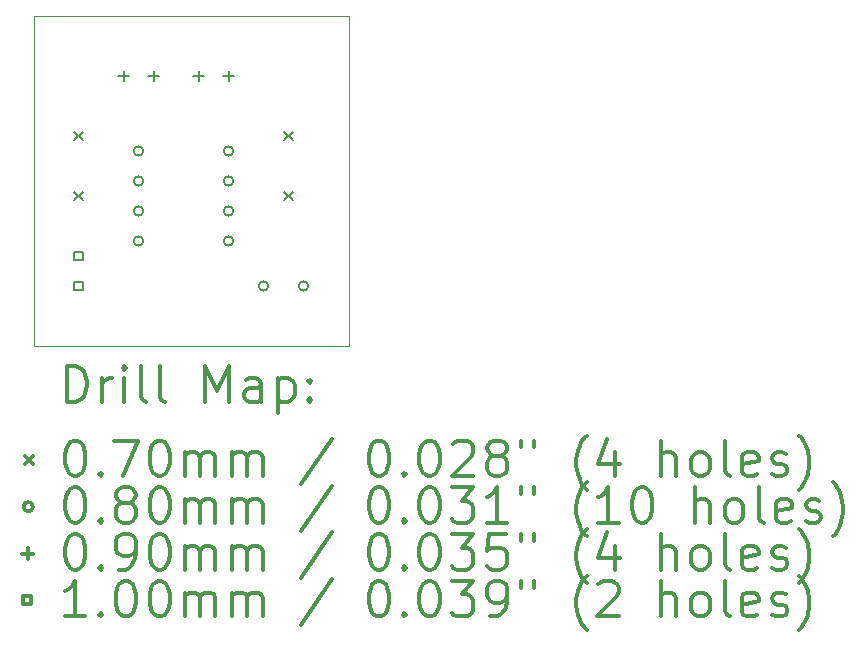
<source format=gbr>
%FSLAX45Y45*%
G04 Gerber Fmt 4.5, Leading zero omitted, Abs format (unit mm)*
G04 Created by KiCad (PCBNEW (5.1.9)-1) date 2021-03-24 10:05:52*
%MOMM*%
%LPD*%
G01*
G04 APERTURE LIST*
%TA.AperFunction,Profile*%
%ADD10C,0.100000*%
%TD*%
%ADD11C,0.200000*%
%ADD12C,0.300000*%
G04 APERTURE END LIST*
D10*
X12954000Y-9398000D02*
X14351000Y-9398000D01*
X12954000Y-6604000D02*
X12954000Y-9398000D01*
X15621000Y-6604000D02*
X12954000Y-6604000D01*
X15621000Y-9398000D02*
X15621000Y-6604000D01*
X14351000Y-9398000D02*
X15621000Y-9398000D01*
D11*
X13300000Y-7585000D02*
X13370000Y-7655000D01*
X13370000Y-7585000D02*
X13300000Y-7655000D01*
X13300000Y-8093000D02*
X13370000Y-8163000D01*
X13370000Y-8093000D02*
X13300000Y-8163000D01*
X15078000Y-7585000D02*
X15148000Y-7655000D01*
X15148000Y-7585000D02*
X15078000Y-7655000D01*
X15078000Y-8093000D02*
X15148000Y-8163000D01*
X15148000Y-8093000D02*
X15078000Y-8163000D01*
X13883000Y-7747000D02*
G75*
G03*
X13883000Y-7747000I-40000J0D01*
G01*
X13883000Y-8001000D02*
G75*
G03*
X13883000Y-8001000I-40000J0D01*
G01*
X13883000Y-8255000D02*
G75*
G03*
X13883000Y-8255000I-40000J0D01*
G01*
X13883000Y-8509000D02*
G75*
G03*
X13883000Y-8509000I-40000J0D01*
G01*
X14645000Y-7747000D02*
G75*
G03*
X14645000Y-7747000I-40000J0D01*
G01*
X14645000Y-8001000D02*
G75*
G03*
X14645000Y-8001000I-40000J0D01*
G01*
X14645000Y-8255000D02*
G75*
G03*
X14645000Y-8255000I-40000J0D01*
G01*
X14645000Y-8509000D02*
G75*
G03*
X14645000Y-8509000I-40000J0D01*
G01*
X14940000Y-8890000D02*
G75*
G03*
X14940000Y-8890000I-40000J0D01*
G01*
X15280000Y-8890000D02*
G75*
G03*
X15280000Y-8890000I-40000J0D01*
G01*
X13716000Y-7067000D02*
X13716000Y-7157000D01*
X13671000Y-7112000D02*
X13761000Y-7112000D01*
X13970000Y-7067000D02*
X13970000Y-7157000D01*
X13925000Y-7112000D02*
X14015000Y-7112000D01*
X14351000Y-7067000D02*
X14351000Y-7157000D01*
X14306000Y-7112000D02*
X14396000Y-7112000D01*
X14605000Y-7067000D02*
X14605000Y-7157000D01*
X14560000Y-7112000D02*
X14650000Y-7112000D01*
X13370356Y-8671356D02*
X13370356Y-8600644D01*
X13299644Y-8600644D01*
X13299644Y-8671356D01*
X13370356Y-8671356D01*
X13370356Y-8925356D02*
X13370356Y-8854644D01*
X13299644Y-8854644D01*
X13299644Y-8925356D01*
X13370356Y-8925356D01*
D12*
X13235428Y-9868714D02*
X13235428Y-9568714D01*
X13306857Y-9568714D01*
X13349714Y-9583000D01*
X13378286Y-9611572D01*
X13392571Y-9640143D01*
X13406857Y-9697286D01*
X13406857Y-9740143D01*
X13392571Y-9797286D01*
X13378286Y-9825857D01*
X13349714Y-9854429D01*
X13306857Y-9868714D01*
X13235428Y-9868714D01*
X13535428Y-9868714D02*
X13535428Y-9668714D01*
X13535428Y-9725857D02*
X13549714Y-9697286D01*
X13564000Y-9683000D01*
X13592571Y-9668714D01*
X13621143Y-9668714D01*
X13721143Y-9868714D02*
X13721143Y-9668714D01*
X13721143Y-9568714D02*
X13706857Y-9583000D01*
X13721143Y-9597286D01*
X13735428Y-9583000D01*
X13721143Y-9568714D01*
X13721143Y-9597286D01*
X13906857Y-9868714D02*
X13878286Y-9854429D01*
X13864000Y-9825857D01*
X13864000Y-9568714D01*
X14064000Y-9868714D02*
X14035428Y-9854429D01*
X14021143Y-9825857D01*
X14021143Y-9568714D01*
X14406857Y-9868714D02*
X14406857Y-9568714D01*
X14506857Y-9783000D01*
X14606857Y-9568714D01*
X14606857Y-9868714D01*
X14878286Y-9868714D02*
X14878286Y-9711572D01*
X14864000Y-9683000D01*
X14835428Y-9668714D01*
X14778286Y-9668714D01*
X14749714Y-9683000D01*
X14878286Y-9854429D02*
X14849714Y-9868714D01*
X14778286Y-9868714D01*
X14749714Y-9854429D01*
X14735428Y-9825857D01*
X14735428Y-9797286D01*
X14749714Y-9768714D01*
X14778286Y-9754429D01*
X14849714Y-9754429D01*
X14878286Y-9740143D01*
X15021143Y-9668714D02*
X15021143Y-9968714D01*
X15021143Y-9683000D02*
X15049714Y-9668714D01*
X15106857Y-9668714D01*
X15135428Y-9683000D01*
X15149714Y-9697286D01*
X15164000Y-9725857D01*
X15164000Y-9811572D01*
X15149714Y-9840143D01*
X15135428Y-9854429D01*
X15106857Y-9868714D01*
X15049714Y-9868714D01*
X15021143Y-9854429D01*
X15292571Y-9840143D02*
X15306857Y-9854429D01*
X15292571Y-9868714D01*
X15278286Y-9854429D01*
X15292571Y-9840143D01*
X15292571Y-9868714D01*
X15292571Y-9683000D02*
X15306857Y-9697286D01*
X15292571Y-9711572D01*
X15278286Y-9697286D01*
X15292571Y-9683000D01*
X15292571Y-9711572D01*
X12879000Y-10328000D02*
X12949000Y-10398000D01*
X12949000Y-10328000D02*
X12879000Y-10398000D01*
X13292571Y-10198714D02*
X13321143Y-10198714D01*
X13349714Y-10213000D01*
X13364000Y-10227286D01*
X13378286Y-10255857D01*
X13392571Y-10313000D01*
X13392571Y-10384429D01*
X13378286Y-10441572D01*
X13364000Y-10470143D01*
X13349714Y-10484429D01*
X13321143Y-10498714D01*
X13292571Y-10498714D01*
X13264000Y-10484429D01*
X13249714Y-10470143D01*
X13235428Y-10441572D01*
X13221143Y-10384429D01*
X13221143Y-10313000D01*
X13235428Y-10255857D01*
X13249714Y-10227286D01*
X13264000Y-10213000D01*
X13292571Y-10198714D01*
X13521143Y-10470143D02*
X13535428Y-10484429D01*
X13521143Y-10498714D01*
X13506857Y-10484429D01*
X13521143Y-10470143D01*
X13521143Y-10498714D01*
X13635428Y-10198714D02*
X13835428Y-10198714D01*
X13706857Y-10498714D01*
X14006857Y-10198714D02*
X14035428Y-10198714D01*
X14064000Y-10213000D01*
X14078286Y-10227286D01*
X14092571Y-10255857D01*
X14106857Y-10313000D01*
X14106857Y-10384429D01*
X14092571Y-10441572D01*
X14078286Y-10470143D01*
X14064000Y-10484429D01*
X14035428Y-10498714D01*
X14006857Y-10498714D01*
X13978286Y-10484429D01*
X13964000Y-10470143D01*
X13949714Y-10441572D01*
X13935428Y-10384429D01*
X13935428Y-10313000D01*
X13949714Y-10255857D01*
X13964000Y-10227286D01*
X13978286Y-10213000D01*
X14006857Y-10198714D01*
X14235428Y-10498714D02*
X14235428Y-10298714D01*
X14235428Y-10327286D02*
X14249714Y-10313000D01*
X14278286Y-10298714D01*
X14321143Y-10298714D01*
X14349714Y-10313000D01*
X14364000Y-10341572D01*
X14364000Y-10498714D01*
X14364000Y-10341572D02*
X14378286Y-10313000D01*
X14406857Y-10298714D01*
X14449714Y-10298714D01*
X14478286Y-10313000D01*
X14492571Y-10341572D01*
X14492571Y-10498714D01*
X14635428Y-10498714D02*
X14635428Y-10298714D01*
X14635428Y-10327286D02*
X14649714Y-10313000D01*
X14678286Y-10298714D01*
X14721143Y-10298714D01*
X14749714Y-10313000D01*
X14764000Y-10341572D01*
X14764000Y-10498714D01*
X14764000Y-10341572D02*
X14778286Y-10313000D01*
X14806857Y-10298714D01*
X14849714Y-10298714D01*
X14878286Y-10313000D01*
X14892571Y-10341572D01*
X14892571Y-10498714D01*
X15478286Y-10184429D02*
X15221143Y-10570143D01*
X15864000Y-10198714D02*
X15892571Y-10198714D01*
X15921143Y-10213000D01*
X15935428Y-10227286D01*
X15949714Y-10255857D01*
X15964000Y-10313000D01*
X15964000Y-10384429D01*
X15949714Y-10441572D01*
X15935428Y-10470143D01*
X15921143Y-10484429D01*
X15892571Y-10498714D01*
X15864000Y-10498714D01*
X15835428Y-10484429D01*
X15821143Y-10470143D01*
X15806857Y-10441572D01*
X15792571Y-10384429D01*
X15792571Y-10313000D01*
X15806857Y-10255857D01*
X15821143Y-10227286D01*
X15835428Y-10213000D01*
X15864000Y-10198714D01*
X16092571Y-10470143D02*
X16106857Y-10484429D01*
X16092571Y-10498714D01*
X16078286Y-10484429D01*
X16092571Y-10470143D01*
X16092571Y-10498714D01*
X16292571Y-10198714D02*
X16321143Y-10198714D01*
X16349714Y-10213000D01*
X16364000Y-10227286D01*
X16378286Y-10255857D01*
X16392571Y-10313000D01*
X16392571Y-10384429D01*
X16378286Y-10441572D01*
X16364000Y-10470143D01*
X16349714Y-10484429D01*
X16321143Y-10498714D01*
X16292571Y-10498714D01*
X16264000Y-10484429D01*
X16249714Y-10470143D01*
X16235428Y-10441572D01*
X16221143Y-10384429D01*
X16221143Y-10313000D01*
X16235428Y-10255857D01*
X16249714Y-10227286D01*
X16264000Y-10213000D01*
X16292571Y-10198714D01*
X16506857Y-10227286D02*
X16521143Y-10213000D01*
X16549714Y-10198714D01*
X16621143Y-10198714D01*
X16649714Y-10213000D01*
X16664000Y-10227286D01*
X16678286Y-10255857D01*
X16678286Y-10284429D01*
X16664000Y-10327286D01*
X16492571Y-10498714D01*
X16678286Y-10498714D01*
X16849714Y-10327286D02*
X16821143Y-10313000D01*
X16806857Y-10298714D01*
X16792571Y-10270143D01*
X16792571Y-10255857D01*
X16806857Y-10227286D01*
X16821143Y-10213000D01*
X16849714Y-10198714D01*
X16906857Y-10198714D01*
X16935428Y-10213000D01*
X16949714Y-10227286D01*
X16964000Y-10255857D01*
X16964000Y-10270143D01*
X16949714Y-10298714D01*
X16935428Y-10313000D01*
X16906857Y-10327286D01*
X16849714Y-10327286D01*
X16821143Y-10341572D01*
X16806857Y-10355857D01*
X16792571Y-10384429D01*
X16792571Y-10441572D01*
X16806857Y-10470143D01*
X16821143Y-10484429D01*
X16849714Y-10498714D01*
X16906857Y-10498714D01*
X16935428Y-10484429D01*
X16949714Y-10470143D01*
X16964000Y-10441572D01*
X16964000Y-10384429D01*
X16949714Y-10355857D01*
X16935428Y-10341572D01*
X16906857Y-10327286D01*
X17078286Y-10198714D02*
X17078286Y-10255857D01*
X17192571Y-10198714D02*
X17192571Y-10255857D01*
X17635428Y-10613000D02*
X17621143Y-10598714D01*
X17592571Y-10555857D01*
X17578286Y-10527286D01*
X17564000Y-10484429D01*
X17549714Y-10413000D01*
X17549714Y-10355857D01*
X17564000Y-10284429D01*
X17578286Y-10241572D01*
X17592571Y-10213000D01*
X17621143Y-10170143D01*
X17635428Y-10155857D01*
X17878286Y-10298714D02*
X17878286Y-10498714D01*
X17806857Y-10184429D02*
X17735428Y-10398714D01*
X17921143Y-10398714D01*
X18264000Y-10498714D02*
X18264000Y-10198714D01*
X18392571Y-10498714D02*
X18392571Y-10341572D01*
X18378286Y-10313000D01*
X18349714Y-10298714D01*
X18306857Y-10298714D01*
X18278286Y-10313000D01*
X18264000Y-10327286D01*
X18578286Y-10498714D02*
X18549714Y-10484429D01*
X18535428Y-10470143D01*
X18521143Y-10441572D01*
X18521143Y-10355857D01*
X18535428Y-10327286D01*
X18549714Y-10313000D01*
X18578286Y-10298714D01*
X18621143Y-10298714D01*
X18649714Y-10313000D01*
X18664000Y-10327286D01*
X18678286Y-10355857D01*
X18678286Y-10441572D01*
X18664000Y-10470143D01*
X18649714Y-10484429D01*
X18621143Y-10498714D01*
X18578286Y-10498714D01*
X18849714Y-10498714D02*
X18821143Y-10484429D01*
X18806857Y-10455857D01*
X18806857Y-10198714D01*
X19078286Y-10484429D02*
X19049714Y-10498714D01*
X18992571Y-10498714D01*
X18964000Y-10484429D01*
X18949714Y-10455857D01*
X18949714Y-10341572D01*
X18964000Y-10313000D01*
X18992571Y-10298714D01*
X19049714Y-10298714D01*
X19078286Y-10313000D01*
X19092571Y-10341572D01*
X19092571Y-10370143D01*
X18949714Y-10398714D01*
X19206857Y-10484429D02*
X19235428Y-10498714D01*
X19292571Y-10498714D01*
X19321143Y-10484429D01*
X19335428Y-10455857D01*
X19335428Y-10441572D01*
X19321143Y-10413000D01*
X19292571Y-10398714D01*
X19249714Y-10398714D01*
X19221143Y-10384429D01*
X19206857Y-10355857D01*
X19206857Y-10341572D01*
X19221143Y-10313000D01*
X19249714Y-10298714D01*
X19292571Y-10298714D01*
X19321143Y-10313000D01*
X19435428Y-10613000D02*
X19449714Y-10598714D01*
X19478286Y-10555857D01*
X19492571Y-10527286D01*
X19506857Y-10484429D01*
X19521143Y-10413000D01*
X19521143Y-10355857D01*
X19506857Y-10284429D01*
X19492571Y-10241572D01*
X19478286Y-10213000D01*
X19449714Y-10170143D01*
X19435428Y-10155857D01*
X12949000Y-10759000D02*
G75*
G03*
X12949000Y-10759000I-40000J0D01*
G01*
X13292571Y-10594714D02*
X13321143Y-10594714D01*
X13349714Y-10609000D01*
X13364000Y-10623286D01*
X13378286Y-10651857D01*
X13392571Y-10709000D01*
X13392571Y-10780429D01*
X13378286Y-10837572D01*
X13364000Y-10866143D01*
X13349714Y-10880429D01*
X13321143Y-10894714D01*
X13292571Y-10894714D01*
X13264000Y-10880429D01*
X13249714Y-10866143D01*
X13235428Y-10837572D01*
X13221143Y-10780429D01*
X13221143Y-10709000D01*
X13235428Y-10651857D01*
X13249714Y-10623286D01*
X13264000Y-10609000D01*
X13292571Y-10594714D01*
X13521143Y-10866143D02*
X13535428Y-10880429D01*
X13521143Y-10894714D01*
X13506857Y-10880429D01*
X13521143Y-10866143D01*
X13521143Y-10894714D01*
X13706857Y-10723286D02*
X13678286Y-10709000D01*
X13664000Y-10694714D01*
X13649714Y-10666143D01*
X13649714Y-10651857D01*
X13664000Y-10623286D01*
X13678286Y-10609000D01*
X13706857Y-10594714D01*
X13764000Y-10594714D01*
X13792571Y-10609000D01*
X13806857Y-10623286D01*
X13821143Y-10651857D01*
X13821143Y-10666143D01*
X13806857Y-10694714D01*
X13792571Y-10709000D01*
X13764000Y-10723286D01*
X13706857Y-10723286D01*
X13678286Y-10737572D01*
X13664000Y-10751857D01*
X13649714Y-10780429D01*
X13649714Y-10837572D01*
X13664000Y-10866143D01*
X13678286Y-10880429D01*
X13706857Y-10894714D01*
X13764000Y-10894714D01*
X13792571Y-10880429D01*
X13806857Y-10866143D01*
X13821143Y-10837572D01*
X13821143Y-10780429D01*
X13806857Y-10751857D01*
X13792571Y-10737572D01*
X13764000Y-10723286D01*
X14006857Y-10594714D02*
X14035428Y-10594714D01*
X14064000Y-10609000D01*
X14078286Y-10623286D01*
X14092571Y-10651857D01*
X14106857Y-10709000D01*
X14106857Y-10780429D01*
X14092571Y-10837572D01*
X14078286Y-10866143D01*
X14064000Y-10880429D01*
X14035428Y-10894714D01*
X14006857Y-10894714D01*
X13978286Y-10880429D01*
X13964000Y-10866143D01*
X13949714Y-10837572D01*
X13935428Y-10780429D01*
X13935428Y-10709000D01*
X13949714Y-10651857D01*
X13964000Y-10623286D01*
X13978286Y-10609000D01*
X14006857Y-10594714D01*
X14235428Y-10894714D02*
X14235428Y-10694714D01*
X14235428Y-10723286D02*
X14249714Y-10709000D01*
X14278286Y-10694714D01*
X14321143Y-10694714D01*
X14349714Y-10709000D01*
X14364000Y-10737572D01*
X14364000Y-10894714D01*
X14364000Y-10737572D02*
X14378286Y-10709000D01*
X14406857Y-10694714D01*
X14449714Y-10694714D01*
X14478286Y-10709000D01*
X14492571Y-10737572D01*
X14492571Y-10894714D01*
X14635428Y-10894714D02*
X14635428Y-10694714D01*
X14635428Y-10723286D02*
X14649714Y-10709000D01*
X14678286Y-10694714D01*
X14721143Y-10694714D01*
X14749714Y-10709000D01*
X14764000Y-10737572D01*
X14764000Y-10894714D01*
X14764000Y-10737572D02*
X14778286Y-10709000D01*
X14806857Y-10694714D01*
X14849714Y-10694714D01*
X14878286Y-10709000D01*
X14892571Y-10737572D01*
X14892571Y-10894714D01*
X15478286Y-10580429D02*
X15221143Y-10966143D01*
X15864000Y-10594714D02*
X15892571Y-10594714D01*
X15921143Y-10609000D01*
X15935428Y-10623286D01*
X15949714Y-10651857D01*
X15964000Y-10709000D01*
X15964000Y-10780429D01*
X15949714Y-10837572D01*
X15935428Y-10866143D01*
X15921143Y-10880429D01*
X15892571Y-10894714D01*
X15864000Y-10894714D01*
X15835428Y-10880429D01*
X15821143Y-10866143D01*
X15806857Y-10837572D01*
X15792571Y-10780429D01*
X15792571Y-10709000D01*
X15806857Y-10651857D01*
X15821143Y-10623286D01*
X15835428Y-10609000D01*
X15864000Y-10594714D01*
X16092571Y-10866143D02*
X16106857Y-10880429D01*
X16092571Y-10894714D01*
X16078286Y-10880429D01*
X16092571Y-10866143D01*
X16092571Y-10894714D01*
X16292571Y-10594714D02*
X16321143Y-10594714D01*
X16349714Y-10609000D01*
X16364000Y-10623286D01*
X16378286Y-10651857D01*
X16392571Y-10709000D01*
X16392571Y-10780429D01*
X16378286Y-10837572D01*
X16364000Y-10866143D01*
X16349714Y-10880429D01*
X16321143Y-10894714D01*
X16292571Y-10894714D01*
X16264000Y-10880429D01*
X16249714Y-10866143D01*
X16235428Y-10837572D01*
X16221143Y-10780429D01*
X16221143Y-10709000D01*
X16235428Y-10651857D01*
X16249714Y-10623286D01*
X16264000Y-10609000D01*
X16292571Y-10594714D01*
X16492571Y-10594714D02*
X16678286Y-10594714D01*
X16578286Y-10709000D01*
X16621143Y-10709000D01*
X16649714Y-10723286D01*
X16664000Y-10737572D01*
X16678286Y-10766143D01*
X16678286Y-10837572D01*
X16664000Y-10866143D01*
X16649714Y-10880429D01*
X16621143Y-10894714D01*
X16535428Y-10894714D01*
X16506857Y-10880429D01*
X16492571Y-10866143D01*
X16964000Y-10894714D02*
X16792571Y-10894714D01*
X16878286Y-10894714D02*
X16878286Y-10594714D01*
X16849714Y-10637572D01*
X16821143Y-10666143D01*
X16792571Y-10680429D01*
X17078286Y-10594714D02*
X17078286Y-10651857D01*
X17192571Y-10594714D02*
X17192571Y-10651857D01*
X17635428Y-11009000D02*
X17621143Y-10994714D01*
X17592571Y-10951857D01*
X17578286Y-10923286D01*
X17564000Y-10880429D01*
X17549714Y-10809000D01*
X17549714Y-10751857D01*
X17564000Y-10680429D01*
X17578286Y-10637572D01*
X17592571Y-10609000D01*
X17621143Y-10566143D01*
X17635428Y-10551857D01*
X17906857Y-10894714D02*
X17735428Y-10894714D01*
X17821143Y-10894714D02*
X17821143Y-10594714D01*
X17792571Y-10637572D01*
X17764000Y-10666143D01*
X17735428Y-10680429D01*
X18092571Y-10594714D02*
X18121143Y-10594714D01*
X18149714Y-10609000D01*
X18164000Y-10623286D01*
X18178286Y-10651857D01*
X18192571Y-10709000D01*
X18192571Y-10780429D01*
X18178286Y-10837572D01*
X18164000Y-10866143D01*
X18149714Y-10880429D01*
X18121143Y-10894714D01*
X18092571Y-10894714D01*
X18064000Y-10880429D01*
X18049714Y-10866143D01*
X18035428Y-10837572D01*
X18021143Y-10780429D01*
X18021143Y-10709000D01*
X18035428Y-10651857D01*
X18049714Y-10623286D01*
X18064000Y-10609000D01*
X18092571Y-10594714D01*
X18549714Y-10894714D02*
X18549714Y-10594714D01*
X18678286Y-10894714D02*
X18678286Y-10737572D01*
X18664000Y-10709000D01*
X18635428Y-10694714D01*
X18592571Y-10694714D01*
X18564000Y-10709000D01*
X18549714Y-10723286D01*
X18864000Y-10894714D02*
X18835428Y-10880429D01*
X18821143Y-10866143D01*
X18806857Y-10837572D01*
X18806857Y-10751857D01*
X18821143Y-10723286D01*
X18835428Y-10709000D01*
X18864000Y-10694714D01*
X18906857Y-10694714D01*
X18935428Y-10709000D01*
X18949714Y-10723286D01*
X18964000Y-10751857D01*
X18964000Y-10837572D01*
X18949714Y-10866143D01*
X18935428Y-10880429D01*
X18906857Y-10894714D01*
X18864000Y-10894714D01*
X19135428Y-10894714D02*
X19106857Y-10880429D01*
X19092571Y-10851857D01*
X19092571Y-10594714D01*
X19364000Y-10880429D02*
X19335428Y-10894714D01*
X19278286Y-10894714D01*
X19249714Y-10880429D01*
X19235428Y-10851857D01*
X19235428Y-10737572D01*
X19249714Y-10709000D01*
X19278286Y-10694714D01*
X19335428Y-10694714D01*
X19364000Y-10709000D01*
X19378286Y-10737572D01*
X19378286Y-10766143D01*
X19235428Y-10794714D01*
X19492571Y-10880429D02*
X19521143Y-10894714D01*
X19578286Y-10894714D01*
X19606857Y-10880429D01*
X19621143Y-10851857D01*
X19621143Y-10837572D01*
X19606857Y-10809000D01*
X19578286Y-10794714D01*
X19535428Y-10794714D01*
X19506857Y-10780429D01*
X19492571Y-10751857D01*
X19492571Y-10737572D01*
X19506857Y-10709000D01*
X19535428Y-10694714D01*
X19578286Y-10694714D01*
X19606857Y-10709000D01*
X19721143Y-11009000D02*
X19735428Y-10994714D01*
X19764000Y-10951857D01*
X19778286Y-10923286D01*
X19792571Y-10880429D01*
X19806857Y-10809000D01*
X19806857Y-10751857D01*
X19792571Y-10680429D01*
X19778286Y-10637572D01*
X19764000Y-10609000D01*
X19735428Y-10566143D01*
X19721143Y-10551857D01*
X12904000Y-11110000D02*
X12904000Y-11200000D01*
X12859000Y-11155000D02*
X12949000Y-11155000D01*
X13292571Y-10990714D02*
X13321143Y-10990714D01*
X13349714Y-11005000D01*
X13364000Y-11019286D01*
X13378286Y-11047857D01*
X13392571Y-11105000D01*
X13392571Y-11176429D01*
X13378286Y-11233571D01*
X13364000Y-11262143D01*
X13349714Y-11276429D01*
X13321143Y-11290714D01*
X13292571Y-11290714D01*
X13264000Y-11276429D01*
X13249714Y-11262143D01*
X13235428Y-11233571D01*
X13221143Y-11176429D01*
X13221143Y-11105000D01*
X13235428Y-11047857D01*
X13249714Y-11019286D01*
X13264000Y-11005000D01*
X13292571Y-10990714D01*
X13521143Y-11262143D02*
X13535428Y-11276429D01*
X13521143Y-11290714D01*
X13506857Y-11276429D01*
X13521143Y-11262143D01*
X13521143Y-11290714D01*
X13678286Y-11290714D02*
X13735428Y-11290714D01*
X13764000Y-11276429D01*
X13778286Y-11262143D01*
X13806857Y-11219286D01*
X13821143Y-11162143D01*
X13821143Y-11047857D01*
X13806857Y-11019286D01*
X13792571Y-11005000D01*
X13764000Y-10990714D01*
X13706857Y-10990714D01*
X13678286Y-11005000D01*
X13664000Y-11019286D01*
X13649714Y-11047857D01*
X13649714Y-11119286D01*
X13664000Y-11147857D01*
X13678286Y-11162143D01*
X13706857Y-11176429D01*
X13764000Y-11176429D01*
X13792571Y-11162143D01*
X13806857Y-11147857D01*
X13821143Y-11119286D01*
X14006857Y-10990714D02*
X14035428Y-10990714D01*
X14064000Y-11005000D01*
X14078286Y-11019286D01*
X14092571Y-11047857D01*
X14106857Y-11105000D01*
X14106857Y-11176429D01*
X14092571Y-11233571D01*
X14078286Y-11262143D01*
X14064000Y-11276429D01*
X14035428Y-11290714D01*
X14006857Y-11290714D01*
X13978286Y-11276429D01*
X13964000Y-11262143D01*
X13949714Y-11233571D01*
X13935428Y-11176429D01*
X13935428Y-11105000D01*
X13949714Y-11047857D01*
X13964000Y-11019286D01*
X13978286Y-11005000D01*
X14006857Y-10990714D01*
X14235428Y-11290714D02*
X14235428Y-11090714D01*
X14235428Y-11119286D02*
X14249714Y-11105000D01*
X14278286Y-11090714D01*
X14321143Y-11090714D01*
X14349714Y-11105000D01*
X14364000Y-11133572D01*
X14364000Y-11290714D01*
X14364000Y-11133572D02*
X14378286Y-11105000D01*
X14406857Y-11090714D01*
X14449714Y-11090714D01*
X14478286Y-11105000D01*
X14492571Y-11133572D01*
X14492571Y-11290714D01*
X14635428Y-11290714D02*
X14635428Y-11090714D01*
X14635428Y-11119286D02*
X14649714Y-11105000D01*
X14678286Y-11090714D01*
X14721143Y-11090714D01*
X14749714Y-11105000D01*
X14764000Y-11133572D01*
X14764000Y-11290714D01*
X14764000Y-11133572D02*
X14778286Y-11105000D01*
X14806857Y-11090714D01*
X14849714Y-11090714D01*
X14878286Y-11105000D01*
X14892571Y-11133572D01*
X14892571Y-11290714D01*
X15478286Y-10976429D02*
X15221143Y-11362143D01*
X15864000Y-10990714D02*
X15892571Y-10990714D01*
X15921143Y-11005000D01*
X15935428Y-11019286D01*
X15949714Y-11047857D01*
X15964000Y-11105000D01*
X15964000Y-11176429D01*
X15949714Y-11233571D01*
X15935428Y-11262143D01*
X15921143Y-11276429D01*
X15892571Y-11290714D01*
X15864000Y-11290714D01*
X15835428Y-11276429D01*
X15821143Y-11262143D01*
X15806857Y-11233571D01*
X15792571Y-11176429D01*
X15792571Y-11105000D01*
X15806857Y-11047857D01*
X15821143Y-11019286D01*
X15835428Y-11005000D01*
X15864000Y-10990714D01*
X16092571Y-11262143D02*
X16106857Y-11276429D01*
X16092571Y-11290714D01*
X16078286Y-11276429D01*
X16092571Y-11262143D01*
X16092571Y-11290714D01*
X16292571Y-10990714D02*
X16321143Y-10990714D01*
X16349714Y-11005000D01*
X16364000Y-11019286D01*
X16378286Y-11047857D01*
X16392571Y-11105000D01*
X16392571Y-11176429D01*
X16378286Y-11233571D01*
X16364000Y-11262143D01*
X16349714Y-11276429D01*
X16321143Y-11290714D01*
X16292571Y-11290714D01*
X16264000Y-11276429D01*
X16249714Y-11262143D01*
X16235428Y-11233571D01*
X16221143Y-11176429D01*
X16221143Y-11105000D01*
X16235428Y-11047857D01*
X16249714Y-11019286D01*
X16264000Y-11005000D01*
X16292571Y-10990714D01*
X16492571Y-10990714D02*
X16678286Y-10990714D01*
X16578286Y-11105000D01*
X16621143Y-11105000D01*
X16649714Y-11119286D01*
X16664000Y-11133572D01*
X16678286Y-11162143D01*
X16678286Y-11233571D01*
X16664000Y-11262143D01*
X16649714Y-11276429D01*
X16621143Y-11290714D01*
X16535428Y-11290714D01*
X16506857Y-11276429D01*
X16492571Y-11262143D01*
X16949714Y-10990714D02*
X16806857Y-10990714D01*
X16792571Y-11133572D01*
X16806857Y-11119286D01*
X16835428Y-11105000D01*
X16906857Y-11105000D01*
X16935428Y-11119286D01*
X16949714Y-11133572D01*
X16964000Y-11162143D01*
X16964000Y-11233571D01*
X16949714Y-11262143D01*
X16935428Y-11276429D01*
X16906857Y-11290714D01*
X16835428Y-11290714D01*
X16806857Y-11276429D01*
X16792571Y-11262143D01*
X17078286Y-10990714D02*
X17078286Y-11047857D01*
X17192571Y-10990714D02*
X17192571Y-11047857D01*
X17635428Y-11405000D02*
X17621143Y-11390714D01*
X17592571Y-11347857D01*
X17578286Y-11319286D01*
X17564000Y-11276429D01*
X17549714Y-11205000D01*
X17549714Y-11147857D01*
X17564000Y-11076429D01*
X17578286Y-11033572D01*
X17592571Y-11005000D01*
X17621143Y-10962143D01*
X17635428Y-10947857D01*
X17878286Y-11090714D02*
X17878286Y-11290714D01*
X17806857Y-10976429D02*
X17735428Y-11190714D01*
X17921143Y-11190714D01*
X18264000Y-11290714D02*
X18264000Y-10990714D01*
X18392571Y-11290714D02*
X18392571Y-11133572D01*
X18378286Y-11105000D01*
X18349714Y-11090714D01*
X18306857Y-11090714D01*
X18278286Y-11105000D01*
X18264000Y-11119286D01*
X18578286Y-11290714D02*
X18549714Y-11276429D01*
X18535428Y-11262143D01*
X18521143Y-11233571D01*
X18521143Y-11147857D01*
X18535428Y-11119286D01*
X18549714Y-11105000D01*
X18578286Y-11090714D01*
X18621143Y-11090714D01*
X18649714Y-11105000D01*
X18664000Y-11119286D01*
X18678286Y-11147857D01*
X18678286Y-11233571D01*
X18664000Y-11262143D01*
X18649714Y-11276429D01*
X18621143Y-11290714D01*
X18578286Y-11290714D01*
X18849714Y-11290714D02*
X18821143Y-11276429D01*
X18806857Y-11247857D01*
X18806857Y-10990714D01*
X19078286Y-11276429D02*
X19049714Y-11290714D01*
X18992571Y-11290714D01*
X18964000Y-11276429D01*
X18949714Y-11247857D01*
X18949714Y-11133572D01*
X18964000Y-11105000D01*
X18992571Y-11090714D01*
X19049714Y-11090714D01*
X19078286Y-11105000D01*
X19092571Y-11133572D01*
X19092571Y-11162143D01*
X18949714Y-11190714D01*
X19206857Y-11276429D02*
X19235428Y-11290714D01*
X19292571Y-11290714D01*
X19321143Y-11276429D01*
X19335428Y-11247857D01*
X19335428Y-11233571D01*
X19321143Y-11205000D01*
X19292571Y-11190714D01*
X19249714Y-11190714D01*
X19221143Y-11176429D01*
X19206857Y-11147857D01*
X19206857Y-11133572D01*
X19221143Y-11105000D01*
X19249714Y-11090714D01*
X19292571Y-11090714D01*
X19321143Y-11105000D01*
X19435428Y-11405000D02*
X19449714Y-11390714D01*
X19478286Y-11347857D01*
X19492571Y-11319286D01*
X19506857Y-11276429D01*
X19521143Y-11205000D01*
X19521143Y-11147857D01*
X19506857Y-11076429D01*
X19492571Y-11033572D01*
X19478286Y-11005000D01*
X19449714Y-10962143D01*
X19435428Y-10947857D01*
X12934356Y-11586356D02*
X12934356Y-11515644D01*
X12863644Y-11515644D01*
X12863644Y-11586356D01*
X12934356Y-11586356D01*
X13392571Y-11686714D02*
X13221143Y-11686714D01*
X13306857Y-11686714D02*
X13306857Y-11386714D01*
X13278286Y-11429571D01*
X13249714Y-11458143D01*
X13221143Y-11472429D01*
X13521143Y-11658143D02*
X13535428Y-11672429D01*
X13521143Y-11686714D01*
X13506857Y-11672429D01*
X13521143Y-11658143D01*
X13521143Y-11686714D01*
X13721143Y-11386714D02*
X13749714Y-11386714D01*
X13778286Y-11401000D01*
X13792571Y-11415286D01*
X13806857Y-11443857D01*
X13821143Y-11501000D01*
X13821143Y-11572429D01*
X13806857Y-11629571D01*
X13792571Y-11658143D01*
X13778286Y-11672429D01*
X13749714Y-11686714D01*
X13721143Y-11686714D01*
X13692571Y-11672429D01*
X13678286Y-11658143D01*
X13664000Y-11629571D01*
X13649714Y-11572429D01*
X13649714Y-11501000D01*
X13664000Y-11443857D01*
X13678286Y-11415286D01*
X13692571Y-11401000D01*
X13721143Y-11386714D01*
X14006857Y-11386714D02*
X14035428Y-11386714D01*
X14064000Y-11401000D01*
X14078286Y-11415286D01*
X14092571Y-11443857D01*
X14106857Y-11501000D01*
X14106857Y-11572429D01*
X14092571Y-11629571D01*
X14078286Y-11658143D01*
X14064000Y-11672429D01*
X14035428Y-11686714D01*
X14006857Y-11686714D01*
X13978286Y-11672429D01*
X13964000Y-11658143D01*
X13949714Y-11629571D01*
X13935428Y-11572429D01*
X13935428Y-11501000D01*
X13949714Y-11443857D01*
X13964000Y-11415286D01*
X13978286Y-11401000D01*
X14006857Y-11386714D01*
X14235428Y-11686714D02*
X14235428Y-11486714D01*
X14235428Y-11515286D02*
X14249714Y-11501000D01*
X14278286Y-11486714D01*
X14321143Y-11486714D01*
X14349714Y-11501000D01*
X14364000Y-11529571D01*
X14364000Y-11686714D01*
X14364000Y-11529571D02*
X14378286Y-11501000D01*
X14406857Y-11486714D01*
X14449714Y-11486714D01*
X14478286Y-11501000D01*
X14492571Y-11529571D01*
X14492571Y-11686714D01*
X14635428Y-11686714D02*
X14635428Y-11486714D01*
X14635428Y-11515286D02*
X14649714Y-11501000D01*
X14678286Y-11486714D01*
X14721143Y-11486714D01*
X14749714Y-11501000D01*
X14764000Y-11529571D01*
X14764000Y-11686714D01*
X14764000Y-11529571D02*
X14778286Y-11501000D01*
X14806857Y-11486714D01*
X14849714Y-11486714D01*
X14878286Y-11501000D01*
X14892571Y-11529571D01*
X14892571Y-11686714D01*
X15478286Y-11372429D02*
X15221143Y-11758143D01*
X15864000Y-11386714D02*
X15892571Y-11386714D01*
X15921143Y-11401000D01*
X15935428Y-11415286D01*
X15949714Y-11443857D01*
X15964000Y-11501000D01*
X15964000Y-11572429D01*
X15949714Y-11629571D01*
X15935428Y-11658143D01*
X15921143Y-11672429D01*
X15892571Y-11686714D01*
X15864000Y-11686714D01*
X15835428Y-11672429D01*
X15821143Y-11658143D01*
X15806857Y-11629571D01*
X15792571Y-11572429D01*
X15792571Y-11501000D01*
X15806857Y-11443857D01*
X15821143Y-11415286D01*
X15835428Y-11401000D01*
X15864000Y-11386714D01*
X16092571Y-11658143D02*
X16106857Y-11672429D01*
X16092571Y-11686714D01*
X16078286Y-11672429D01*
X16092571Y-11658143D01*
X16092571Y-11686714D01*
X16292571Y-11386714D02*
X16321143Y-11386714D01*
X16349714Y-11401000D01*
X16364000Y-11415286D01*
X16378286Y-11443857D01*
X16392571Y-11501000D01*
X16392571Y-11572429D01*
X16378286Y-11629571D01*
X16364000Y-11658143D01*
X16349714Y-11672429D01*
X16321143Y-11686714D01*
X16292571Y-11686714D01*
X16264000Y-11672429D01*
X16249714Y-11658143D01*
X16235428Y-11629571D01*
X16221143Y-11572429D01*
X16221143Y-11501000D01*
X16235428Y-11443857D01*
X16249714Y-11415286D01*
X16264000Y-11401000D01*
X16292571Y-11386714D01*
X16492571Y-11386714D02*
X16678286Y-11386714D01*
X16578286Y-11501000D01*
X16621143Y-11501000D01*
X16649714Y-11515286D01*
X16664000Y-11529571D01*
X16678286Y-11558143D01*
X16678286Y-11629571D01*
X16664000Y-11658143D01*
X16649714Y-11672429D01*
X16621143Y-11686714D01*
X16535428Y-11686714D01*
X16506857Y-11672429D01*
X16492571Y-11658143D01*
X16821143Y-11686714D02*
X16878286Y-11686714D01*
X16906857Y-11672429D01*
X16921143Y-11658143D01*
X16949714Y-11615286D01*
X16964000Y-11558143D01*
X16964000Y-11443857D01*
X16949714Y-11415286D01*
X16935428Y-11401000D01*
X16906857Y-11386714D01*
X16849714Y-11386714D01*
X16821143Y-11401000D01*
X16806857Y-11415286D01*
X16792571Y-11443857D01*
X16792571Y-11515286D01*
X16806857Y-11543857D01*
X16821143Y-11558143D01*
X16849714Y-11572429D01*
X16906857Y-11572429D01*
X16935428Y-11558143D01*
X16949714Y-11543857D01*
X16964000Y-11515286D01*
X17078286Y-11386714D02*
X17078286Y-11443857D01*
X17192571Y-11386714D02*
X17192571Y-11443857D01*
X17635428Y-11801000D02*
X17621143Y-11786714D01*
X17592571Y-11743857D01*
X17578286Y-11715286D01*
X17564000Y-11672429D01*
X17549714Y-11601000D01*
X17549714Y-11543857D01*
X17564000Y-11472429D01*
X17578286Y-11429571D01*
X17592571Y-11401000D01*
X17621143Y-11358143D01*
X17635428Y-11343857D01*
X17735428Y-11415286D02*
X17749714Y-11401000D01*
X17778286Y-11386714D01*
X17849714Y-11386714D01*
X17878286Y-11401000D01*
X17892571Y-11415286D01*
X17906857Y-11443857D01*
X17906857Y-11472429D01*
X17892571Y-11515286D01*
X17721143Y-11686714D01*
X17906857Y-11686714D01*
X18264000Y-11686714D02*
X18264000Y-11386714D01*
X18392571Y-11686714D02*
X18392571Y-11529571D01*
X18378286Y-11501000D01*
X18349714Y-11486714D01*
X18306857Y-11486714D01*
X18278286Y-11501000D01*
X18264000Y-11515286D01*
X18578286Y-11686714D02*
X18549714Y-11672429D01*
X18535428Y-11658143D01*
X18521143Y-11629571D01*
X18521143Y-11543857D01*
X18535428Y-11515286D01*
X18549714Y-11501000D01*
X18578286Y-11486714D01*
X18621143Y-11486714D01*
X18649714Y-11501000D01*
X18664000Y-11515286D01*
X18678286Y-11543857D01*
X18678286Y-11629571D01*
X18664000Y-11658143D01*
X18649714Y-11672429D01*
X18621143Y-11686714D01*
X18578286Y-11686714D01*
X18849714Y-11686714D02*
X18821143Y-11672429D01*
X18806857Y-11643857D01*
X18806857Y-11386714D01*
X19078286Y-11672429D02*
X19049714Y-11686714D01*
X18992571Y-11686714D01*
X18964000Y-11672429D01*
X18949714Y-11643857D01*
X18949714Y-11529571D01*
X18964000Y-11501000D01*
X18992571Y-11486714D01*
X19049714Y-11486714D01*
X19078286Y-11501000D01*
X19092571Y-11529571D01*
X19092571Y-11558143D01*
X18949714Y-11586714D01*
X19206857Y-11672429D02*
X19235428Y-11686714D01*
X19292571Y-11686714D01*
X19321143Y-11672429D01*
X19335428Y-11643857D01*
X19335428Y-11629571D01*
X19321143Y-11601000D01*
X19292571Y-11586714D01*
X19249714Y-11586714D01*
X19221143Y-11572429D01*
X19206857Y-11543857D01*
X19206857Y-11529571D01*
X19221143Y-11501000D01*
X19249714Y-11486714D01*
X19292571Y-11486714D01*
X19321143Y-11501000D01*
X19435428Y-11801000D02*
X19449714Y-11786714D01*
X19478286Y-11743857D01*
X19492571Y-11715286D01*
X19506857Y-11672429D01*
X19521143Y-11601000D01*
X19521143Y-11543857D01*
X19506857Y-11472429D01*
X19492571Y-11429571D01*
X19478286Y-11401000D01*
X19449714Y-11358143D01*
X19435428Y-11343857D01*
M02*

</source>
